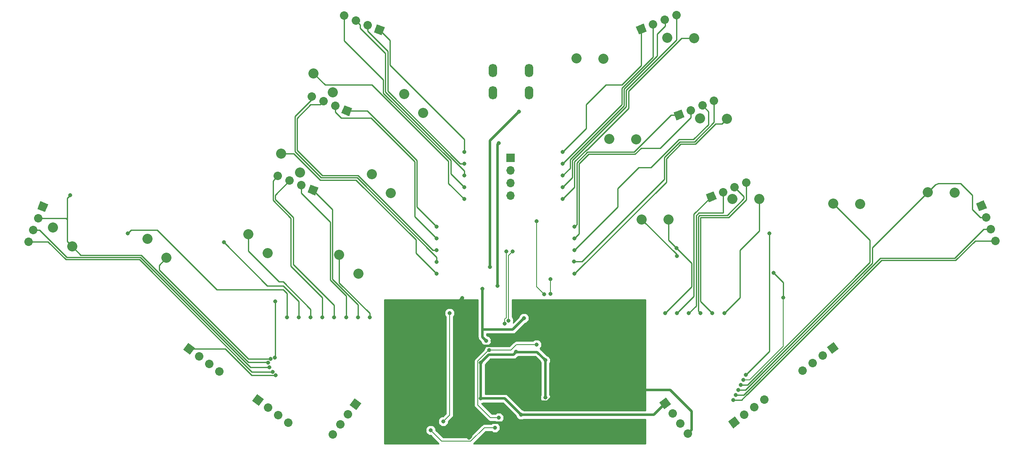
<source format=gbr>
G04 #@! TF.GenerationSoftware,KiCad,Pcbnew,(5.1.4)-1*
G04 #@! TF.CreationDate,2022-12-11T19:40:54-05:00*
G04 #@! TF.ProjectId,ThumbsUp,5468756d-6273-4557-902e-6b696361645f,rev?*
G04 #@! TF.SameCoordinates,Original*
G04 #@! TF.FileFunction,Copper,L1,Top*
G04 #@! TF.FilePolarity,Positive*
%FSLAX46Y46*%
G04 Gerber Fmt 4.6, Leading zero omitted, Abs format (unit mm)*
G04 Created by KiCad (PCBNEW (5.1.4)-1) date 2022-12-11 19:40:54*
%MOMM*%
%LPD*%
G04 APERTURE LIST*
%ADD10O,1.700000X2.700000*%
%ADD11C,1.700000*%
%ADD12C,1.700000*%
%ADD13C,0.100000*%
%ADD14C,2.032000*%
%ADD15R,1.700000X1.700000*%
%ADD16O,1.700000X1.700000*%
%ADD17C,0.800000*%
%ADD18C,0.508000*%
%ADD19C,0.250000*%
%ADD20C,0.200000*%
%ADD21C,0.254000*%
G04 APERTURE END LIST*
D10*
X143050000Y-155000000D03*
X150350000Y-155000000D03*
X150350000Y-159500000D03*
X143050000Y-159500000D03*
D11*
X194165141Y-177645498D03*
D12*
X194165141Y-177645498D02*
X194165141Y-177645498D01*
D11*
X191810094Y-178596999D03*
D12*
X191810094Y-178596999D02*
X191810094Y-178596999D01*
D11*
X189455047Y-179548499D03*
D12*
X189455047Y-179548499D02*
X189455047Y-179548499D01*
D11*
X187100000Y-180500000D03*
D13*
G36*
X188206522Y-180969691D02*
G01*
X186630309Y-181606522D01*
X185993478Y-180030309D01*
X187569691Y-179393478D01*
X188206522Y-180969691D01*
X188206522Y-180969691D01*
G37*
D11*
X241528381Y-182311090D03*
D13*
G36*
X241058690Y-183417612D02*
G01*
X240421859Y-181841399D01*
X241998072Y-181204568D01*
X242634903Y-182780781D01*
X241058690Y-183417612D01*
X241058690Y-183417612D01*
G37*
D11*
X242479882Y-184666137D03*
D12*
X242479882Y-184666137D02*
X242479882Y-184666137D01*
D11*
X243431382Y-187021184D03*
D12*
X243431382Y-187021184D02*
X243431382Y-187021184D01*
D11*
X244382883Y-189376231D03*
D12*
X244382883Y-189376231D02*
X244382883Y-189376231D01*
D11*
X172994345Y-146690649D03*
D13*
G36*
X174100867Y-147160340D02*
G01*
X172524654Y-147797171D01*
X171887823Y-146220958D01*
X173464036Y-145584127D01*
X174100867Y-147160340D01*
X174100867Y-147160340D01*
G37*
D11*
X175349392Y-145739148D03*
D12*
X175349392Y-145739148D02*
X175349392Y-145739148D01*
D11*
X177704439Y-144787648D03*
D12*
X177704439Y-144787648D02*
X177704439Y-144787648D01*
D11*
X180059486Y-143836147D03*
D12*
X180059486Y-143836147D02*
X180059486Y-143836147D01*
D11*
X180600000Y-164000000D03*
D13*
G36*
X181706522Y-164469691D02*
G01*
X180130309Y-165106522D01*
X179493478Y-163530309D01*
X181069691Y-162893478D01*
X181706522Y-164469691D01*
X181706522Y-164469691D01*
G37*
D11*
X182955047Y-163048499D03*
D12*
X182955047Y-163048499D02*
X182955047Y-163048499D01*
D11*
X185310094Y-162096999D03*
D12*
X185310094Y-162096999D02*
X185310094Y-162096999D01*
D11*
X187665141Y-161145498D03*
D12*
X187665141Y-161145498D02*
X187665141Y-161145498D01*
D11*
X182393643Y-228262834D03*
D12*
X182393643Y-228262834D02*
X182393643Y-228262834D01*
D11*
X180865033Y-226234299D03*
D12*
X180865033Y-226234299D02*
X180865033Y-226234299D01*
D11*
X179336423Y-224205765D03*
D12*
X179336423Y-224205765D02*
X179336423Y-224205765D01*
D11*
X177807813Y-222177231D03*
D13*
G36*
X177640516Y-223367614D02*
G01*
X176617430Y-222009934D01*
X177975110Y-220986848D01*
X178998196Y-222344528D01*
X177640516Y-223367614D01*
X177640516Y-223367614D01*
G37*
D14*
X236133916Y-179637189D03*
X230711323Y-179563136D03*
X183659694Y-148529216D03*
X178237101Y-148455163D03*
X190215309Y-164754933D03*
X184792716Y-164680880D03*
X196770924Y-180980651D03*
X191348331Y-180906598D03*
X217107982Y-181931492D03*
X211685389Y-181857439D03*
D11*
X205515141Y-215597906D03*
D12*
X205515141Y-215597906D02*
X205515141Y-215597906D01*
D11*
X207543676Y-214069296D03*
D12*
X207543676Y-214069296D02*
X207543676Y-214069296D01*
D11*
X209572210Y-212540686D03*
D12*
X209572210Y-212540686D02*
X209572210Y-212540686D01*
D11*
X211600744Y-211012076D03*
D13*
G36*
X210410361Y-210844779D02*
G01*
X211768041Y-209821693D01*
X212791127Y-211179373D01*
X211433447Y-212202459D01*
X210410361Y-210844779D01*
X210410361Y-210844779D01*
G37*
D11*
X87992618Y-215751511D03*
D12*
X87992618Y-215751511D02*
X87992618Y-215751511D01*
D11*
X85964083Y-214222901D03*
D12*
X85964083Y-214222901D02*
X85964083Y-214222901D01*
D11*
X83935549Y-212694291D03*
D12*
X83935549Y-212694291D02*
X83935549Y-212694291D01*
D11*
X81907015Y-211165681D03*
D13*
G36*
X82074312Y-212356064D02*
G01*
X80716632Y-211332978D01*
X81739718Y-209975298D01*
X83097398Y-210998384D01*
X82074312Y-212356064D01*
X82074312Y-212356064D01*
G37*
D11*
X52395205Y-182503276D03*
D13*
G36*
X51288683Y-182972967D02*
G01*
X51925514Y-181396754D01*
X53501727Y-182033585D01*
X52864896Y-183609798D01*
X51288683Y-182972967D01*
X51288683Y-182972967D01*
G37*
D11*
X51443704Y-184858323D03*
D12*
X51443704Y-184858323D02*
X51443704Y-184858323D01*
D11*
X50492204Y-187213370D03*
D12*
X50492204Y-187213370D02*
X50492204Y-187213370D01*
D11*
X49540703Y-189568417D03*
D12*
X49540703Y-189568417D02*
X49540703Y-189568417D01*
D11*
X120197799Y-146824591D03*
D13*
G36*
X119728108Y-145718069D02*
G01*
X121304321Y-146354900D01*
X120667490Y-147931113D01*
X119091277Y-147294282D01*
X119728108Y-145718069D01*
X119728108Y-145718069D01*
G37*
D11*
X117842752Y-145873090D03*
D12*
X117842752Y-145873090D02*
X117842752Y-145873090D01*
D11*
X115487705Y-144921590D03*
D12*
X115487705Y-144921590D02*
X115487705Y-144921590D01*
D11*
X113132658Y-143970089D03*
D12*
X113132658Y-143970089D02*
X113132658Y-143970089D01*
D11*
X113658765Y-163138249D03*
D13*
G36*
X113189074Y-162031727D02*
G01*
X114765287Y-162668558D01*
X114128456Y-164244771D01*
X112552243Y-163607940D01*
X113189074Y-162031727D01*
X113189074Y-162031727D01*
G37*
D11*
X111303718Y-162186748D03*
D12*
X111303718Y-162186748D02*
X111303718Y-162186748D01*
D11*
X108948671Y-161235248D03*
D12*
X108948671Y-161235248D02*
X108948671Y-161235248D01*
D11*
X106593624Y-160283747D03*
D12*
X106593624Y-160283747D02*
X106593624Y-160283747D01*
D11*
X99778867Y-176283747D03*
D12*
X99778867Y-176283747D02*
X99778867Y-176283747D01*
D11*
X102133914Y-177235248D03*
D12*
X102133914Y-177235248D02*
X102133914Y-177235248D01*
D11*
X104488961Y-178186748D03*
D12*
X104488961Y-178186748D02*
X104488961Y-178186748D01*
D11*
X106844008Y-179138249D03*
D13*
G36*
X106374317Y-178031727D02*
G01*
X107950530Y-178668558D01*
X107313699Y-180244771D01*
X105737486Y-179607940D01*
X106374317Y-178031727D01*
X106374317Y-178031727D01*
G37*
D14*
X106945799Y-155599240D03*
X110795044Y-159419359D03*
X171938588Y-168903604D03*
X166515995Y-168829551D03*
X54471576Y-186707213D03*
X58320821Y-190527332D03*
X73497510Y-189001516D03*
X77346755Y-192821635D03*
X93834568Y-188050675D03*
X97683813Y-191870794D03*
X178494203Y-185129321D03*
X173071610Y-185055268D03*
X125222520Y-159747910D03*
X129071765Y-163568029D03*
X112111289Y-192199345D03*
X115960534Y-196019464D03*
X118666904Y-175973628D03*
X122516149Y-179793747D03*
X165382973Y-152677886D03*
X159960380Y-152603833D03*
X100390183Y-171824957D03*
X104239428Y-175645076D03*
D11*
X101828320Y-226087050D03*
D12*
X101828320Y-226087050D02*
X101828320Y-226087050D01*
D11*
X99799785Y-224558440D03*
D12*
X99799785Y-224558440D02*
X99799785Y-224558440D01*
D11*
X97771251Y-223029830D03*
D12*
X97771251Y-223029830D02*
X97771251Y-223029830D01*
D11*
X95742717Y-221501220D03*
D13*
G36*
X95910014Y-222691603D02*
G01*
X94552334Y-221668517D01*
X95575420Y-220310837D01*
X96933100Y-221333923D01*
X95910014Y-222691603D01*
X95910014Y-222691603D01*
G37*
D15*
X146658765Y-172638249D03*
D16*
X146658765Y-175178249D03*
X146658765Y-177718249D03*
X146658765Y-180258249D03*
D11*
X191716901Y-226026163D03*
D13*
G36*
X192907284Y-226193460D02*
G01*
X191549604Y-227216546D01*
X190526518Y-225858866D01*
X191884198Y-224835780D01*
X192907284Y-226193460D01*
X192907284Y-226193460D01*
G37*
D11*
X193745435Y-224497553D03*
D12*
X193745435Y-224497553D02*
X193745435Y-224497553D01*
D11*
X195773969Y-222968943D03*
D12*
X195773969Y-222968943D02*
X195773969Y-222968943D01*
D11*
X197802504Y-221440333D03*
D12*
X197802504Y-221440333D02*
X197802504Y-221440333D01*
D11*
X110834284Y-228461436D03*
D12*
X110834284Y-228461436D02*
X110834284Y-228461436D01*
D11*
X112362894Y-226432901D03*
D12*
X112362894Y-226432901D02*
X112362894Y-226432901D01*
D11*
X113891504Y-224404367D03*
D12*
X113891504Y-224404367D02*
X113891504Y-224404367D01*
D11*
X115420114Y-222375833D03*
D13*
G36*
X114229731Y-222543130D02*
G01*
X115252817Y-221185450D01*
X116610497Y-222208536D01*
X115587411Y-223566216D01*
X114229731Y-222543130D01*
X114229731Y-222543130D01*
G37*
D17*
X142494000Y-194622000D03*
X148844000Y-226060000D03*
X148844000Y-226060000D03*
X136906000Y-200914000D03*
X137668000Y-210566000D03*
X149098000Y-207518000D03*
X149098000Y-207518000D03*
X143002000Y-209550000D03*
X143002000Y-209550000D03*
X160528000Y-222885000D03*
X149002895Y-222688945D03*
X155448000Y-213614000D03*
X138303000Y-229108000D03*
X138684000Y-221107004D03*
X157353000Y-220091000D03*
X149098000Y-219964020D03*
X156215910Y-211345040D03*
X148335996Y-163322000D03*
X143980000Y-198450000D03*
X144272000Y-169672000D03*
X137318750Y-178593750D03*
X151892000Y-185420000D03*
X153416000Y-200152000D03*
X137318750Y-176212500D03*
X137318750Y-173831250D03*
X137318750Y-171450000D03*
X131762500Y-193675000D03*
X154656250Y-197074250D03*
X154686000Y-200106010D03*
X131762500Y-191293750D03*
X131762500Y-188912500D03*
X131762500Y-186531250D03*
X108743750Y-204787500D03*
X111125000Y-204787500D03*
X113506250Y-204787500D03*
X115887500Y-204787500D03*
X88900000Y-189706250D03*
X103981250Y-204787500D03*
X69550000Y-187850000D03*
X101600000Y-204787500D03*
X137318750Y-180975000D03*
X131762500Y-196056250D03*
X106362500Y-204787500D03*
X118268750Y-204787500D03*
X180100000Y-190850000D03*
X177800000Y-203993750D03*
X157162500Y-180975000D03*
X159543750Y-196056250D03*
X189706250Y-203993750D03*
X157162500Y-178593750D03*
X157162500Y-176212500D03*
X157162500Y-173831250D03*
X157162500Y-171450000D03*
X159427966Y-193559215D03*
X159543750Y-191293750D03*
X159543750Y-188912500D03*
X159543750Y-186531250D03*
X187283098Y-203951848D03*
X184943750Y-203993750D03*
X182562500Y-203993750D03*
X180181250Y-203993750D03*
X98263033Y-213166187D03*
X57900000Y-180200000D03*
X97825061Y-213983213D03*
X99218750Y-201612500D03*
X99166840Y-212960070D03*
X99331698Y-216472275D03*
X198823946Y-187873946D03*
X194056000Y-216408006D03*
X180150002Y-192450000D03*
X201612500Y-200818750D03*
X199644000Y-195834000D03*
X193541787Y-217433320D03*
X193039996Y-218440000D03*
X192532000Y-219456000D03*
X140658000Y-213926000D03*
X140658000Y-213926000D03*
X148749977Y-224473011D03*
X153670000Y-213487000D03*
X140658000Y-221176000D03*
X153670000Y-220980000D03*
X140990000Y-199076000D03*
X141732000Y-209550000D03*
X141732000Y-209550000D03*
X149352000Y-204978000D03*
X147778672Y-211786672D03*
X144272000Y-225063000D03*
X142367000Y-211420000D03*
X151892000Y-210312000D03*
X145796000Y-191516004D03*
X145484000Y-206110000D03*
X147066008Y-191516000D03*
X146224000Y-205505010D03*
X134366000Y-203962000D03*
X133096000Y-225806000D03*
X143510000Y-227076000D03*
X130556000Y-227584000D03*
X98044000Y-214884000D03*
X98701468Y-215791519D03*
X192033796Y-220465080D03*
X191516000Y-221488000D03*
D18*
X148844000Y-226060000D02*
X141732000Y-226060000D01*
X141732000Y-226060000D02*
X139700000Y-224028000D01*
X139700000Y-224028000D02*
X138938000Y-223266000D01*
X138938000Y-223266000D02*
X138684000Y-223012000D01*
X146050000Y-210566000D02*
X149098000Y-207518000D01*
X143002000Y-210566000D02*
X143002000Y-209550000D01*
X145542000Y-210566000D02*
X146050000Y-210566000D01*
X143002000Y-210566000D02*
X145542000Y-210566000D01*
X151257000Y-207645000D02*
X155448000Y-211836000D01*
X146050000Y-210566000D02*
X148971000Y-207645000D01*
X148971000Y-207645000D02*
X151257000Y-207645000D01*
X155448000Y-218186000D02*
X155448000Y-216662000D01*
X160528000Y-222885000D02*
X160147000Y-222885000D01*
X160147000Y-222885000D02*
X155448000Y-218186000D01*
X155448000Y-213614000D02*
X155448000Y-216662000D01*
X155448000Y-211836000D02*
X155448000Y-213614000D01*
X138684000Y-223012000D02*
X138684000Y-228854000D01*
X138684000Y-228854000D02*
X138430000Y-229108000D01*
X138430000Y-229108000D02*
X138303000Y-229108000D01*
X137668000Y-210566000D02*
X138557000Y-210566000D01*
X138557000Y-210566000D02*
X143002000Y-210566000D01*
X138684000Y-223012000D02*
X138684000Y-221107004D01*
X155448000Y-218186000D02*
X157353000Y-220091000D01*
X135636000Y-210566000D02*
X137668000Y-210566000D01*
X136906000Y-200914000D02*
X135636000Y-202184000D01*
X135636000Y-202184000D02*
X135636000Y-210566000D01*
X138557000Y-210566000D02*
X135636000Y-210566000D01*
X136271004Y-221107004D02*
X138684000Y-221107004D01*
X135636000Y-210566000D02*
X135636000Y-220472000D01*
X135636000Y-220472000D02*
X136271004Y-221107004D01*
X149002895Y-222688945D02*
X149002895Y-220059125D01*
X150967982Y-221834002D02*
X149497999Y-220364019D01*
X149497999Y-220364019D02*
X149098000Y-219964020D01*
X154079922Y-221834002D02*
X150967982Y-221834002D01*
X155448000Y-218186000D02*
X155448000Y-220465924D01*
X149002895Y-220059125D02*
X149098000Y-219964020D01*
X155448000Y-220465924D02*
X154079922Y-221834002D01*
X155724950Y-211836000D02*
X155448000Y-211836000D01*
X156215910Y-211345040D02*
X155724950Y-211836000D01*
X183134000Y-227522477D02*
X182393643Y-228262834D01*
X183134000Y-223774000D02*
X183134000Y-227522477D01*
X178816000Y-219456000D02*
X183134000Y-223774000D01*
X160528000Y-222885000D02*
X163957000Y-219456000D01*
X163957000Y-219456000D02*
X178816000Y-219456000D01*
X142494000Y-194622000D02*
X142494000Y-169163996D01*
X142494000Y-169163996D02*
X147935997Y-163721999D01*
X147935997Y-163721999D02*
X148335996Y-163322000D01*
X143980000Y-198450000D02*
X143980000Y-169964000D01*
X143980000Y-169964000D02*
X144272000Y-169672000D01*
D19*
X134593761Y-175868761D02*
X134593761Y-173172832D01*
X137318750Y-178593750D02*
X134593761Y-175868761D01*
X134593761Y-173172832D02*
X120993737Y-159572809D01*
X113132658Y-149031758D02*
X113132658Y-143970089D01*
X120993737Y-159572809D02*
X120993737Y-156892837D01*
X120993737Y-156892837D02*
X113132658Y-149031758D01*
D20*
X151892000Y-198628000D02*
X153016001Y-199752001D01*
X153016001Y-199752001D02*
X153416000Y-200152000D01*
X151892000Y-185420000D02*
X151892000Y-198628000D01*
D19*
X137318750Y-176212500D02*
X137318750Y-175261411D01*
X116337704Y-145771589D02*
X115487705Y-144921590D01*
X121443748Y-151606248D02*
X116337704Y-146500204D01*
X116337704Y-146500204D02*
X116337704Y-145771589D01*
X137318750Y-175261411D02*
X121443748Y-159386409D01*
X121443748Y-159386409D02*
X121443748Y-151606248D01*
X117842752Y-147075171D02*
X117842752Y-145873090D01*
X121893759Y-151126178D02*
X117842752Y-147075171D01*
X121893759Y-159200009D02*
X121893759Y-151126178D01*
X137318750Y-173831250D02*
X136525000Y-173831250D01*
X136525000Y-173831250D02*
X121893759Y-159200009D01*
X122343770Y-153938979D02*
X122343770Y-148970562D01*
X137318750Y-171450000D02*
X137318750Y-168913959D01*
X137318750Y-168913959D02*
X122343770Y-153938979D01*
X122343770Y-148970562D02*
X120197799Y-146824591D01*
X131762500Y-192723910D02*
X115701099Y-176662509D01*
X131762500Y-193675000D02*
X131762500Y-192723910D01*
X106593624Y-160900126D02*
X106593624Y-160283747D01*
X115701099Y-176662509D02*
X108457186Y-176662509D01*
X108457186Y-176662509D02*
X103187500Y-171392822D01*
X103187500Y-171392822D02*
X103187500Y-164306250D01*
X103187500Y-164306250D02*
X106593624Y-160900126D01*
D20*
X154656250Y-197074250D02*
X154656250Y-200076260D01*
X154656250Y-200076260D02*
X154686000Y-200106010D01*
D19*
X106362500Y-161925000D02*
X108258919Y-161925000D01*
X130968750Y-191293750D02*
X115887498Y-176212498D01*
X108258919Y-161925000D02*
X108948671Y-161235248D01*
X131762500Y-191293750D02*
X130968750Y-191293750D01*
X115887498Y-176212498D02*
X108743748Y-176212498D01*
X108743748Y-176212498D02*
X103637510Y-171106260D01*
X103637510Y-171106260D02*
X103637510Y-164649990D01*
X103637510Y-164649990D02*
X106362500Y-161925000D01*
X118532281Y-164569781D02*
X112484670Y-164569781D01*
X131762500Y-188912500D02*
X127343740Y-184493740D01*
X112484670Y-164569781D02*
X111303718Y-163388829D01*
X127343740Y-184493740D02*
X127343740Y-173381240D01*
X127343740Y-173381240D02*
X118532281Y-164569781D01*
X111303718Y-163388829D02*
X111303718Y-162186748D01*
X117737160Y-163138249D02*
X113658765Y-163138249D01*
X127793751Y-173194840D02*
X117737160Y-163138249D01*
X127793751Y-182562501D02*
X127793751Y-173194840D01*
X131762500Y-186531250D02*
X127793751Y-182562501D01*
X108743750Y-200818750D02*
X108743750Y-204787500D01*
X98768739Y-177293875D02*
X98768739Y-181240070D01*
X99778867Y-176283747D02*
X98768739Y-177293875D01*
X98768739Y-181240070D02*
X102393750Y-184865081D01*
X102393750Y-184865081D02*
X102393750Y-194468750D01*
X102393750Y-194468750D02*
X108743750Y-200818750D01*
X111125000Y-202406250D02*
X111125000Y-204787500D01*
X102133914Y-177235248D02*
X99218750Y-180150412D01*
X102843761Y-184678681D02*
X102843761Y-194125011D01*
X102843761Y-194125011D02*
X111125000Y-202406250D01*
X99218750Y-181053671D02*
X102843761Y-184678681D01*
X99218750Y-180150412D02*
X99218750Y-181053671D01*
X113506250Y-200504071D02*
X113506250Y-204787500D01*
X110320277Y-197318098D02*
X113506250Y-200504071D01*
X110320277Y-185585322D02*
X110320277Y-197318098D01*
X104488961Y-179754006D02*
X110320277Y-185585322D01*
X104488961Y-178186748D02*
X104488961Y-179754006D01*
X110770288Y-183064529D02*
X110770288Y-197131698D01*
X110770288Y-197131698D02*
X115887500Y-202248910D01*
X115887500Y-202248910D02*
X115887500Y-204787500D01*
X106844008Y-179138249D02*
X110770288Y-183064529D01*
X103981250Y-201612500D02*
X103981250Y-204787500D01*
X100806250Y-198437500D02*
X103981250Y-201612500D01*
X97631250Y-198437500D02*
X100806250Y-198437500D01*
X88900000Y-189706250D02*
X97631250Y-198437500D01*
X101600000Y-200025000D02*
X101600000Y-204787500D01*
X70202000Y-187198000D02*
X75438000Y-187198000D01*
X69550000Y-187850000D02*
X70202000Y-187198000D01*
X75438000Y-187198000D02*
X87471250Y-199231250D01*
X87471250Y-199231250D02*
X100806250Y-199231250D01*
X100806250Y-199231250D02*
X101600000Y-200025000D01*
X137318750Y-180975000D02*
X134143750Y-177800000D01*
X134143750Y-177800000D02*
X134143750Y-173359232D01*
X134143750Y-173359232D02*
X118740768Y-157956250D01*
X118740768Y-157956250D02*
X109302809Y-157956250D01*
X109302809Y-157956250D02*
X106945799Y-155599240D01*
X102983224Y-171824957D02*
X100390183Y-171824957D01*
X115514699Y-177112520D02*
X108270787Y-177112520D01*
X127554215Y-189152036D02*
X115514699Y-177112520D01*
X127554215Y-191847965D02*
X127554215Y-189152036D01*
X131762500Y-196056250D02*
X127554215Y-191847965D01*
X108270787Y-177112520D02*
X102983224Y-171824957D01*
X106362500Y-203200000D02*
X106362500Y-204787500D01*
X100806250Y-197643750D02*
X106362500Y-203200000D01*
X100012500Y-197643750D02*
X100806250Y-197643750D01*
X93834568Y-188050675D02*
X93834568Y-191465818D01*
X93834568Y-191465818D02*
X100012500Y-197643750D01*
X118268750Y-203993750D02*
X118268750Y-204787500D01*
X112111289Y-192199345D02*
X112111289Y-197836289D01*
X112111289Y-197836289D02*
X118268750Y-203993750D01*
X178494203Y-189244203D02*
X178494203Y-185129321D01*
X180100000Y-190850000D02*
X178494203Y-189244203D01*
X183134000Y-198659750D02*
X177800000Y-203993750D01*
X183134000Y-193884000D02*
X183134000Y-198659750D01*
X180100000Y-190850000D02*
X183134000Y-193884000D01*
X157162500Y-180975000D02*
X159543750Y-178593750D01*
X159543750Y-173447428D02*
X161991189Y-170999989D01*
X161991189Y-170999989D02*
X162073998Y-170999989D01*
X181064103Y-148529216D02*
X183659694Y-148529216D01*
X162073998Y-170999989D02*
X170418783Y-162655204D01*
X170418783Y-162655204D02*
X170418783Y-159174536D01*
X170418783Y-159174536D02*
X181064103Y-148529216D01*
X159543750Y-178593750D02*
X159543750Y-173447428D01*
X187980384Y-165770932D02*
X189199310Y-165770932D01*
X189199310Y-165770932D02*
X190215309Y-164754933D01*
X180975000Y-169862500D02*
X183888816Y-169862500D01*
X178054000Y-177546000D02*
X178054000Y-172783500D01*
X159543750Y-196056250D02*
X178054000Y-177546000D01*
X178054000Y-172783500D02*
X180975000Y-169862500D01*
X183888816Y-169862500D02*
X187980384Y-165770932D01*
X196770924Y-187404076D02*
X196770924Y-180980651D01*
X192881250Y-191293750D02*
X196770924Y-187404076D01*
X189706250Y-203993750D02*
X192881250Y-200818750D01*
X192881250Y-200818750D02*
X192881250Y-191293750D01*
X180059486Y-148897422D02*
X180059486Y-143836147D01*
X157162500Y-178593750D02*
X159093739Y-176662511D01*
X169968772Y-158988136D02*
X180059486Y-148897422D01*
X169968772Y-162297800D02*
X169968772Y-158988136D01*
X159093739Y-173172833D02*
X169968772Y-162297800D01*
X159093739Y-176662511D02*
X159093739Y-173172833D01*
X177800000Y-144883209D02*
X177704439Y-144787648D01*
X177800000Y-146050000D02*
X177800000Y-144883209D01*
X176212500Y-147637500D02*
X177800000Y-146050000D01*
X158643732Y-174731268D02*
X158643732Y-172986428D01*
X157162500Y-176212500D02*
X158643732Y-174731268D01*
X158643732Y-172986428D02*
X169518761Y-162111400D01*
X169518761Y-162111400D02*
X169518761Y-158801738D01*
X169518761Y-158801738D02*
X176212500Y-152107999D01*
X176212500Y-152107999D02*
X176212500Y-147637500D01*
X175349392Y-152334697D02*
X175349392Y-145739148D01*
X169068750Y-158615339D02*
X175349392Y-152334697D01*
X169068750Y-161925000D02*
X169068750Y-158615339D01*
X157162500Y-173831250D02*
X169068750Y-161925000D01*
X172994345Y-154030655D02*
X172994345Y-146690649D01*
X161925000Y-161925000D02*
X165893750Y-157956250D01*
X165893750Y-157956250D02*
X169068750Y-157956250D01*
X157162500Y-171450000D02*
X161925000Y-166687500D01*
X169068750Y-157956250D02*
X172994345Y-154030655D01*
X161925000Y-166687500D02*
X161925000Y-161925000D01*
X177603989Y-176980011D02*
X161024785Y-193559215D01*
X177603989Y-172597100D02*
X177603989Y-176980011D01*
X161024785Y-193559215D02*
X159427966Y-193559215D01*
X183702416Y-169412489D02*
X180788600Y-169412489D01*
X187665141Y-165449764D02*
X183702416Y-169412489D01*
X187665141Y-161145498D02*
X187665141Y-165449764D01*
X180788600Y-169412489D02*
X177603989Y-172597100D01*
X186531250Y-163318155D02*
X185310094Y-162096999D01*
X186531250Y-165947244D02*
X186531250Y-163318155D01*
X183516016Y-168962478D02*
X186531250Y-165947244D01*
X168275000Y-182562500D02*
X168275000Y-178833285D01*
X159543750Y-191293750D02*
X168275000Y-182562500D01*
X168275000Y-178833285D02*
X172483285Y-174625000D01*
X172483285Y-174625000D02*
X174939678Y-174625000D01*
X174939678Y-174625000D02*
X180602200Y-168962478D01*
X180602200Y-168962478D02*
X183516016Y-168962478D01*
X182955047Y-164550114D02*
X182955047Y-163048499D01*
X176810545Y-170694616D02*
X182955047Y-164550114D01*
X172955300Y-170694616D02*
X176810545Y-170694616D01*
X171749906Y-171900011D02*
X172955300Y-170694616D01*
X162363989Y-171900011D02*
X171749906Y-171900011D01*
X160443772Y-173820228D02*
X162363989Y-171900011D01*
X160443772Y-188012478D02*
X160443772Y-173820228D01*
X159543750Y-188912500D02*
X160443772Y-188012478D01*
X179013505Y-164000000D02*
X171563506Y-171450000D01*
X159993761Y-186081239D02*
X159543750Y-186531250D01*
X159993761Y-173633828D02*
X159993761Y-186081239D01*
X162177589Y-171450000D02*
X159993761Y-173633828D01*
X171563506Y-171450000D02*
X162177589Y-171450000D01*
X180600000Y-164000000D02*
X179013505Y-164000000D01*
X184943750Y-201612500D02*
X187283098Y-203951848D01*
X184943750Y-184658000D02*
X184943750Y-201612500D01*
X190611121Y-184658000D02*
X184943750Y-184658000D01*
X194165141Y-181103980D02*
X190611121Y-184658000D01*
X194165141Y-177645498D02*
X194165141Y-181103980D01*
X184493739Y-203543739D02*
X184943750Y-203993750D01*
X184757350Y-184207989D02*
X184493739Y-184471600D01*
X190311584Y-184207989D02*
X184757350Y-184207989D01*
X193675000Y-180461905D02*
X193675000Y-180844573D01*
X193675000Y-180844573D02*
X190311584Y-184207989D01*
X191810094Y-178596999D02*
X193675000Y-180461905D01*
X184493739Y-184471600D02*
X184493739Y-203543739D01*
X184034022Y-202522228D02*
X182562500Y-203993750D01*
X184034022Y-184294906D02*
X184034022Y-202522228D01*
X184570950Y-183757978D02*
X184034022Y-184294906D01*
X189455047Y-179548499D02*
X189455047Y-183757978D01*
X189455047Y-183757978D02*
X184570950Y-183757978D01*
X187100000Y-180500000D02*
X183584011Y-184015989D01*
X183584011Y-184015989D02*
X183584011Y-200590989D01*
X183584011Y-200590989D02*
X180181250Y-203993750D01*
D21*
X75840239Y-194328151D02*
X77346755Y-192821635D01*
X75840239Y-194828510D02*
X75840239Y-194328151D01*
D19*
X75840239Y-195220239D02*
X75840239Y-194828510D01*
X93645288Y-213025288D02*
X75840239Y-195220239D01*
D21*
X93645288Y-213025288D02*
X93786187Y-213166187D01*
X93786187Y-213166187D02*
X97697348Y-213166187D01*
X97697348Y-213166187D02*
X98263033Y-213166187D01*
D19*
X58320821Y-190527332D02*
X57304822Y-189511333D01*
X57304822Y-180795178D02*
X57900000Y-180200000D01*
X57304822Y-189511333D02*
X57304822Y-184595178D01*
X57304822Y-184595178D02*
X57304822Y-180795178D01*
X72264410Y-192278000D02*
X93854410Y-213868000D01*
X60071489Y-192278000D02*
X72264410Y-192278000D01*
X58320821Y-190527332D02*
X60071489Y-192278000D01*
X57304822Y-185066822D02*
X57304822Y-184595178D01*
X51443704Y-184858323D02*
X57096323Y-184858323D01*
X57096323Y-184858323D02*
X57304822Y-185066822D01*
D21*
X97709848Y-213868000D02*
X97825061Y-213983213D01*
X93917205Y-213868000D02*
X97709848Y-213868000D01*
D19*
X99218750Y-212908160D02*
X99166840Y-212960070D01*
X99218750Y-201612500D02*
X99218750Y-212908160D01*
X104239428Y-175645076D02*
X103550000Y-174955648D01*
X81907015Y-211165681D02*
X89150431Y-211165681D01*
X89150431Y-211165681D02*
X94457025Y-216472275D01*
X94457025Y-216472275D02*
X98766013Y-216472275D01*
X98766013Y-216472275D02*
X99331698Y-216472275D01*
X191856598Y-180906598D02*
X191348331Y-180906598D01*
X198823946Y-211640060D02*
X194455999Y-216008007D01*
X194455999Y-216008007D02*
X194056000Y-216408006D01*
X198823946Y-187873946D02*
X198823946Y-211640060D01*
X173071610Y-185055268D02*
X180150002Y-192133660D01*
X180150002Y-192133660D02*
X180150002Y-192450000D01*
X201612500Y-197802500D02*
X200043999Y-196233999D01*
X200043999Y-196233999D02*
X199644000Y-195834000D01*
X201612500Y-200818750D02*
X201612500Y-197802500D01*
D20*
X194808680Y-217433320D02*
X194107472Y-217433320D01*
X201612500Y-210629500D02*
X194808680Y-217433320D01*
X201612500Y-200818750D02*
X201612500Y-210629500D01*
X194107472Y-217433320D02*
X193541787Y-217433320D01*
D19*
X211757439Y-181857439D02*
X211685389Y-181857439D01*
X211685389Y-181857439D02*
X219075000Y-189247050D01*
X219075000Y-189247050D02*
X219075000Y-193732677D01*
X193605681Y-218440000D02*
X193039996Y-218440000D01*
X194367677Y-218440000D02*
X193605681Y-218440000D01*
X219075000Y-193732677D02*
X194367677Y-218440000D01*
X232249551Y-178024908D02*
X230711323Y-179563136D01*
X241277801Y-184666137D02*
X239712500Y-183100836D01*
X242479882Y-184666137D02*
X241277801Y-184666137D01*
X239712500Y-183100836D02*
X239712500Y-180181250D01*
X239712500Y-180181250D02*
X237331250Y-177800000D01*
X237331250Y-177800000D02*
X232806219Y-177800000D01*
X232806219Y-177800000D02*
X232249551Y-178024908D01*
X193097685Y-219456000D02*
X192532000Y-219456000D01*
X219525011Y-190749448D02*
X219525011Y-193904667D01*
X230711323Y-179563136D02*
X219525011Y-190749448D01*
X219525011Y-193904667D02*
X193973678Y-219456000D01*
X193973678Y-219456000D02*
X193097685Y-219456000D01*
X180865033Y-226234299D02*
X180849484Y-226218750D01*
D18*
X175512033Y-224473011D02*
X177807813Y-222177231D01*
X148749977Y-224473011D02*
X175512033Y-224473011D01*
X140658000Y-213926000D02*
X140658000Y-221176000D01*
X148749977Y-224473011D02*
X145452966Y-221176000D01*
X145452966Y-221176000D02*
X141223685Y-221176000D01*
X141223685Y-221176000D02*
X140658000Y-221176000D01*
X153670000Y-213487000D02*
X153670000Y-220980000D01*
X140970000Y-208788000D02*
X141732000Y-209550000D01*
X140990000Y-199076000D02*
X140970000Y-199096000D01*
X140970000Y-207264000D02*
X147066000Y-207264000D01*
X140970000Y-207264000D02*
X140970000Y-208788000D01*
X140970000Y-199096000D02*
X140970000Y-207264000D01*
X147066000Y-207264000D02*
X149352000Y-204978000D01*
X147828000Y-211836000D02*
X147778672Y-211786672D01*
X153670000Y-213487000D02*
X152019000Y-211836000D01*
X152019000Y-211836000D02*
X147828000Y-211836000D01*
X147378673Y-212186671D02*
X147778672Y-211786672D01*
X147221344Y-212344000D02*
X147378673Y-212186671D01*
X140658000Y-213926000D02*
X142240000Y-212344000D01*
X142240000Y-212344000D02*
X147221344Y-212344000D01*
D20*
X140030999Y-222499249D02*
X140030999Y-213664001D01*
X144272000Y-225063000D02*
X142594750Y-225063000D01*
X142594750Y-225063000D02*
X140030999Y-222499249D01*
X140030999Y-213664001D02*
X142367000Y-211328000D01*
X142367000Y-211328000D02*
X142367000Y-211420000D01*
X151326315Y-210312000D02*
X151892000Y-210312000D01*
X147828000Y-210312000D02*
X151326315Y-210312000D01*
X142367000Y-211420000D02*
X146720000Y-211420000D01*
X146720000Y-211420000D02*
X147828000Y-210312000D01*
D21*
X145795998Y-191516006D02*
X145796000Y-191516004D01*
D20*
X145484000Y-205544315D02*
X145484000Y-206110000D01*
X145484000Y-205182038D02*
X145484000Y-205544315D01*
X145796000Y-204870038D02*
X145484000Y-205182038D01*
X145796000Y-191516004D02*
X145796000Y-204870038D01*
X146224000Y-192358008D02*
X146224000Y-204939325D01*
X147066008Y-191516000D02*
X146224000Y-192358008D01*
X146224000Y-204939325D02*
X146224000Y-205505010D01*
X134366000Y-203962000D02*
X134366000Y-224536000D01*
X134366000Y-224536000D02*
X133096000Y-225806000D01*
X138639001Y-229808001D02*
X132780001Y-229808001D01*
X143510000Y-227076000D02*
X141371002Y-227076000D01*
X141371002Y-227076000D02*
X138639001Y-229808001D01*
X132780001Y-229808001D02*
X130556000Y-227584000D01*
D19*
X51705780Y-187213370D02*
X57220421Y-192728011D01*
X57220421Y-192728011D02*
X72078011Y-192728011D01*
X50492204Y-187213370D02*
X51705780Y-187213370D01*
X72078011Y-192728011D02*
X94234000Y-214884000D01*
X94234000Y-214884000D02*
X94304524Y-214884000D01*
D21*
X94304524Y-214884000D02*
X98044000Y-214884000D01*
D19*
X94474416Y-215791519D02*
X98701468Y-215791519D01*
X71860919Y-193178022D02*
X94474416Y-215791519D01*
X57034022Y-193178022D02*
X71860919Y-193178022D01*
X49540703Y-189568417D02*
X53424417Y-189568417D01*
X53424417Y-189568417D02*
X57034022Y-193178022D01*
X193601009Y-220465080D02*
X192033796Y-220465080D01*
X221184839Y-192881250D02*
X193601009Y-220465080D01*
X236108464Y-192881250D02*
X221184839Y-192881250D01*
X243431382Y-187021184D02*
X241968530Y-187021184D01*
X241968530Y-187021184D02*
X236108464Y-192881250D01*
X240249893Y-189376231D02*
X236294864Y-193331261D01*
X221371239Y-193331261D02*
X194277467Y-220425033D01*
X244382883Y-189376231D02*
X240249893Y-189376231D01*
X236294864Y-193331261D02*
X221371239Y-193331261D01*
D21*
X193214500Y-221488000D02*
X194271470Y-220431030D01*
X191516000Y-221488000D02*
X193214500Y-221488000D01*
G36*
X140081001Y-207220322D02*
G01*
X140076699Y-207264000D01*
X140081000Y-207307667D01*
X140081001Y-208744331D01*
X140076700Y-208788000D01*
X140093864Y-208962274D01*
X140144698Y-209129852D01*
X140223351Y-209277000D01*
X140227248Y-209284291D01*
X140338342Y-209419659D01*
X140372259Y-209447494D01*
X140726870Y-209802105D01*
X140736774Y-209851898D01*
X140814795Y-210040256D01*
X140928063Y-210209774D01*
X141072226Y-210353937D01*
X141241744Y-210467205D01*
X141430102Y-210545226D01*
X141630061Y-210585000D01*
X141753715Y-210585000D01*
X141707226Y-210616063D01*
X141563063Y-210760226D01*
X141449795Y-210929744D01*
X141371774Y-211118102D01*
X141332000Y-211318061D01*
X141332000Y-211323553D01*
X139536807Y-213118747D01*
X139508762Y-213141763D01*
X139416913Y-213253681D01*
X139377050Y-213328260D01*
X139348663Y-213381368D01*
X139306634Y-213519916D01*
X139292443Y-213664001D01*
X139296000Y-213700116D01*
X139295999Y-222463144D01*
X139292443Y-222499249D01*
X139295999Y-222535353D01*
X139306634Y-222643333D01*
X139348662Y-222781881D01*
X139416912Y-222909568D01*
X139508761Y-223021486D01*
X139536807Y-223044503D01*
X142049496Y-225557193D01*
X142072512Y-225585238D01*
X142184430Y-225677087D01*
X142312117Y-225745337D01*
X142450665Y-225787365D01*
X142558645Y-225798000D01*
X142558654Y-225798000D01*
X142594749Y-225801555D01*
X142630844Y-225798000D01*
X143543289Y-225798000D01*
X143612226Y-225866937D01*
X143781744Y-225980205D01*
X143970102Y-226058226D01*
X144170061Y-226098000D01*
X144373939Y-226098000D01*
X144573898Y-226058226D01*
X144762256Y-225980205D01*
X144931774Y-225866937D01*
X145075937Y-225722774D01*
X145189205Y-225553256D01*
X145267226Y-225364898D01*
X145307000Y-225164939D01*
X145307000Y-224961061D01*
X145267226Y-224761102D01*
X145189205Y-224572744D01*
X145075937Y-224403226D01*
X144931774Y-224259063D01*
X144762256Y-224145795D01*
X144573898Y-224067774D01*
X144373939Y-224028000D01*
X144170061Y-224028000D01*
X143970102Y-224067774D01*
X143781744Y-224145795D01*
X143612226Y-224259063D01*
X143543289Y-224328000D01*
X142899197Y-224328000D01*
X140778503Y-222207307D01*
X140959898Y-222171226D01*
X141148256Y-222093205D01*
X141190468Y-222065000D01*
X145084731Y-222065000D01*
X147744847Y-224725117D01*
X147754751Y-224774909D01*
X147832772Y-224963267D01*
X147946040Y-225132785D01*
X148090203Y-225276948D01*
X148259721Y-225390216D01*
X148448079Y-225468237D01*
X148648038Y-225508011D01*
X148851916Y-225508011D01*
X149051875Y-225468237D01*
X149240233Y-225390216D01*
X149282445Y-225362011D01*
X173863000Y-225362011D01*
X173863000Y-230278249D01*
X139208199Y-230278249D01*
X141675449Y-227811000D01*
X142781289Y-227811000D01*
X142850226Y-227879937D01*
X143019744Y-227993205D01*
X143208102Y-228071226D01*
X143408061Y-228111000D01*
X143611939Y-228111000D01*
X143811898Y-228071226D01*
X144000256Y-227993205D01*
X144169774Y-227879937D01*
X144313937Y-227735774D01*
X144427205Y-227566256D01*
X144505226Y-227377898D01*
X144545000Y-227177939D01*
X144545000Y-226974061D01*
X144505226Y-226774102D01*
X144427205Y-226585744D01*
X144313937Y-226416226D01*
X144169774Y-226272063D01*
X144000256Y-226158795D01*
X143811898Y-226080774D01*
X143611939Y-226041000D01*
X143408061Y-226041000D01*
X143208102Y-226080774D01*
X143019744Y-226158795D01*
X142850226Y-226272063D01*
X142781289Y-226341000D01*
X141407107Y-226341000D01*
X141371002Y-226337444D01*
X141334897Y-226341000D01*
X141226917Y-226351635D01*
X141088369Y-226393663D01*
X140960682Y-226461913D01*
X140848764Y-226553762D01*
X140825748Y-226581807D01*
X138334555Y-229073001D01*
X133084448Y-229073001D01*
X131591000Y-227579554D01*
X131591000Y-227482061D01*
X131551226Y-227282102D01*
X131473205Y-227093744D01*
X131359937Y-226924226D01*
X131215774Y-226780063D01*
X131046256Y-226666795D01*
X130857898Y-226588774D01*
X130657939Y-226549000D01*
X130454061Y-226549000D01*
X130254102Y-226588774D01*
X130065744Y-226666795D01*
X129896226Y-226780063D01*
X129752063Y-226924226D01*
X129638795Y-227093744D01*
X129560774Y-227282102D01*
X129521000Y-227482061D01*
X129521000Y-227685939D01*
X129560774Y-227885898D01*
X129638795Y-228074256D01*
X129752063Y-228243774D01*
X129896226Y-228387937D01*
X130065744Y-228501205D01*
X130254102Y-228579226D01*
X130454061Y-228619000D01*
X130551554Y-228619000D01*
X132210802Y-230278249D01*
X121285000Y-230278249D01*
X121285000Y-225704061D01*
X132061000Y-225704061D01*
X132061000Y-225907939D01*
X132100774Y-226107898D01*
X132178795Y-226296256D01*
X132292063Y-226465774D01*
X132436226Y-226609937D01*
X132605744Y-226723205D01*
X132794102Y-226801226D01*
X132994061Y-226841000D01*
X133197939Y-226841000D01*
X133397898Y-226801226D01*
X133586256Y-226723205D01*
X133755774Y-226609937D01*
X133899937Y-226465774D01*
X134013205Y-226296256D01*
X134091226Y-226107898D01*
X134131000Y-225907939D01*
X134131000Y-225810446D01*
X134860193Y-225081254D01*
X134888238Y-225058238D01*
X134980087Y-224946320D01*
X135048337Y-224818633D01*
X135090365Y-224680085D01*
X135101000Y-224572105D01*
X135101000Y-224572096D01*
X135104555Y-224536001D01*
X135101000Y-224499906D01*
X135101000Y-204690711D01*
X135169937Y-204621774D01*
X135283205Y-204452256D01*
X135361226Y-204263898D01*
X135401000Y-204063939D01*
X135401000Y-203860061D01*
X135361226Y-203660102D01*
X135283205Y-203471744D01*
X135169937Y-203302226D01*
X135025774Y-203158063D01*
X134856256Y-203044795D01*
X134667898Y-202966774D01*
X134467939Y-202927000D01*
X134264061Y-202927000D01*
X134064102Y-202966774D01*
X133875744Y-203044795D01*
X133706226Y-203158063D01*
X133562063Y-203302226D01*
X133448795Y-203471744D01*
X133370774Y-203660102D01*
X133331000Y-203860061D01*
X133331000Y-204063939D01*
X133370774Y-204263898D01*
X133448795Y-204452256D01*
X133562063Y-204621774D01*
X133631000Y-204690711D01*
X133631001Y-224231552D01*
X133091554Y-224771000D01*
X132994061Y-224771000D01*
X132794102Y-224810774D01*
X132605744Y-224888795D01*
X132436226Y-225002063D01*
X132292063Y-225146226D01*
X132178795Y-225315744D01*
X132100774Y-225504102D01*
X132061000Y-225704061D01*
X121285000Y-225704061D01*
X121285000Y-201295000D01*
X140081000Y-201295000D01*
X140081001Y-207220322D01*
X140081001Y-207220322D01*
G37*
X140081001Y-207220322D02*
X140076699Y-207264000D01*
X140081000Y-207307667D01*
X140081001Y-208744331D01*
X140076700Y-208788000D01*
X140093864Y-208962274D01*
X140144698Y-209129852D01*
X140223351Y-209277000D01*
X140227248Y-209284291D01*
X140338342Y-209419659D01*
X140372259Y-209447494D01*
X140726870Y-209802105D01*
X140736774Y-209851898D01*
X140814795Y-210040256D01*
X140928063Y-210209774D01*
X141072226Y-210353937D01*
X141241744Y-210467205D01*
X141430102Y-210545226D01*
X141630061Y-210585000D01*
X141753715Y-210585000D01*
X141707226Y-210616063D01*
X141563063Y-210760226D01*
X141449795Y-210929744D01*
X141371774Y-211118102D01*
X141332000Y-211318061D01*
X141332000Y-211323553D01*
X139536807Y-213118747D01*
X139508762Y-213141763D01*
X139416913Y-213253681D01*
X139377050Y-213328260D01*
X139348663Y-213381368D01*
X139306634Y-213519916D01*
X139292443Y-213664001D01*
X139296000Y-213700116D01*
X139295999Y-222463144D01*
X139292443Y-222499249D01*
X139295999Y-222535353D01*
X139306634Y-222643333D01*
X139348662Y-222781881D01*
X139416912Y-222909568D01*
X139508761Y-223021486D01*
X139536807Y-223044503D01*
X142049496Y-225557193D01*
X142072512Y-225585238D01*
X142184430Y-225677087D01*
X142312117Y-225745337D01*
X142450665Y-225787365D01*
X142558645Y-225798000D01*
X142558654Y-225798000D01*
X142594749Y-225801555D01*
X142630844Y-225798000D01*
X143543289Y-225798000D01*
X143612226Y-225866937D01*
X143781744Y-225980205D01*
X143970102Y-226058226D01*
X144170061Y-226098000D01*
X144373939Y-226098000D01*
X144573898Y-226058226D01*
X144762256Y-225980205D01*
X144931774Y-225866937D01*
X145075937Y-225722774D01*
X145189205Y-225553256D01*
X145267226Y-225364898D01*
X145307000Y-225164939D01*
X145307000Y-224961061D01*
X145267226Y-224761102D01*
X145189205Y-224572744D01*
X145075937Y-224403226D01*
X144931774Y-224259063D01*
X144762256Y-224145795D01*
X144573898Y-224067774D01*
X144373939Y-224028000D01*
X144170061Y-224028000D01*
X143970102Y-224067774D01*
X143781744Y-224145795D01*
X143612226Y-224259063D01*
X143543289Y-224328000D01*
X142899197Y-224328000D01*
X140778503Y-222207307D01*
X140959898Y-222171226D01*
X141148256Y-222093205D01*
X141190468Y-222065000D01*
X145084731Y-222065000D01*
X147744847Y-224725117D01*
X147754751Y-224774909D01*
X147832772Y-224963267D01*
X147946040Y-225132785D01*
X148090203Y-225276948D01*
X148259721Y-225390216D01*
X148448079Y-225468237D01*
X148648038Y-225508011D01*
X148851916Y-225508011D01*
X149051875Y-225468237D01*
X149240233Y-225390216D01*
X149282445Y-225362011D01*
X173863000Y-225362011D01*
X173863000Y-230278249D01*
X139208199Y-230278249D01*
X141675449Y-227811000D01*
X142781289Y-227811000D01*
X142850226Y-227879937D01*
X143019744Y-227993205D01*
X143208102Y-228071226D01*
X143408061Y-228111000D01*
X143611939Y-228111000D01*
X143811898Y-228071226D01*
X144000256Y-227993205D01*
X144169774Y-227879937D01*
X144313937Y-227735774D01*
X144427205Y-227566256D01*
X144505226Y-227377898D01*
X144545000Y-227177939D01*
X144545000Y-226974061D01*
X144505226Y-226774102D01*
X144427205Y-226585744D01*
X144313937Y-226416226D01*
X144169774Y-226272063D01*
X144000256Y-226158795D01*
X143811898Y-226080774D01*
X143611939Y-226041000D01*
X143408061Y-226041000D01*
X143208102Y-226080774D01*
X143019744Y-226158795D01*
X142850226Y-226272063D01*
X142781289Y-226341000D01*
X141407107Y-226341000D01*
X141371002Y-226337444D01*
X141334897Y-226341000D01*
X141226917Y-226351635D01*
X141088369Y-226393663D01*
X140960682Y-226461913D01*
X140848764Y-226553762D01*
X140825748Y-226581807D01*
X138334555Y-229073001D01*
X133084448Y-229073001D01*
X131591000Y-227579554D01*
X131591000Y-227482061D01*
X131551226Y-227282102D01*
X131473205Y-227093744D01*
X131359937Y-226924226D01*
X131215774Y-226780063D01*
X131046256Y-226666795D01*
X130857898Y-226588774D01*
X130657939Y-226549000D01*
X130454061Y-226549000D01*
X130254102Y-226588774D01*
X130065744Y-226666795D01*
X129896226Y-226780063D01*
X129752063Y-226924226D01*
X129638795Y-227093744D01*
X129560774Y-227282102D01*
X129521000Y-227482061D01*
X129521000Y-227685939D01*
X129560774Y-227885898D01*
X129638795Y-228074256D01*
X129752063Y-228243774D01*
X129896226Y-228387937D01*
X130065744Y-228501205D01*
X130254102Y-228579226D01*
X130454061Y-228619000D01*
X130551554Y-228619000D01*
X132210802Y-230278249D01*
X121285000Y-230278249D01*
X121285000Y-225704061D01*
X132061000Y-225704061D01*
X132061000Y-225907939D01*
X132100774Y-226107898D01*
X132178795Y-226296256D01*
X132292063Y-226465774D01*
X132436226Y-226609937D01*
X132605744Y-226723205D01*
X132794102Y-226801226D01*
X132994061Y-226841000D01*
X133197939Y-226841000D01*
X133397898Y-226801226D01*
X133586256Y-226723205D01*
X133755774Y-226609937D01*
X133899937Y-226465774D01*
X134013205Y-226296256D01*
X134091226Y-226107898D01*
X134131000Y-225907939D01*
X134131000Y-225810446D01*
X134860193Y-225081254D01*
X134888238Y-225058238D01*
X134980087Y-224946320D01*
X135048337Y-224818633D01*
X135090365Y-224680085D01*
X135101000Y-224572105D01*
X135101000Y-224572096D01*
X135104555Y-224536001D01*
X135101000Y-224499906D01*
X135101000Y-204690711D01*
X135169937Y-204621774D01*
X135283205Y-204452256D01*
X135361226Y-204263898D01*
X135401000Y-204063939D01*
X135401000Y-203860061D01*
X135361226Y-203660102D01*
X135283205Y-203471744D01*
X135169937Y-203302226D01*
X135025774Y-203158063D01*
X134856256Y-203044795D01*
X134667898Y-202966774D01*
X134467939Y-202927000D01*
X134264061Y-202927000D01*
X134064102Y-202966774D01*
X133875744Y-203044795D01*
X133706226Y-203158063D01*
X133562063Y-203302226D01*
X133448795Y-203471744D01*
X133370774Y-203660102D01*
X133331000Y-203860061D01*
X133331000Y-204063939D01*
X133370774Y-204263898D01*
X133448795Y-204452256D01*
X133562063Y-204621774D01*
X133631000Y-204690711D01*
X133631001Y-224231552D01*
X133091554Y-224771000D01*
X132994061Y-224771000D01*
X132794102Y-224810774D01*
X132605744Y-224888795D01*
X132436226Y-225002063D01*
X132292063Y-225146226D01*
X132178795Y-225315744D01*
X132100774Y-225504102D01*
X132061000Y-225704061D01*
X121285000Y-225704061D01*
X121285000Y-201295000D01*
X140081000Y-201295000D01*
X140081001Y-207220322D01*
G36*
X173863000Y-223584011D02*
G01*
X149282445Y-223584011D01*
X149240233Y-223555806D01*
X149051875Y-223477785D01*
X149002083Y-223467881D01*
X146112465Y-220578264D01*
X146084625Y-220544341D01*
X145949257Y-220433247D01*
X145794817Y-220350697D01*
X145627240Y-220299864D01*
X145496633Y-220287000D01*
X145496626Y-220287000D01*
X145452966Y-220282700D01*
X145409306Y-220287000D01*
X141547000Y-220287000D01*
X141547000Y-214458468D01*
X141575205Y-214416256D01*
X141653226Y-214227898D01*
X141663130Y-214178105D01*
X142608236Y-213233000D01*
X147177684Y-213233000D01*
X147221344Y-213237300D01*
X147265004Y-213233000D01*
X147265011Y-213233000D01*
X147395618Y-213220136D01*
X147563195Y-213169303D01*
X147717635Y-213086753D01*
X147853003Y-212975659D01*
X147880843Y-212941736D01*
X148030777Y-212791802D01*
X148080570Y-212781898D01*
X148217933Y-212725000D01*
X151650765Y-212725000D01*
X152664870Y-213739105D01*
X152674774Y-213788898D01*
X152752795Y-213977256D01*
X152781000Y-214019468D01*
X152781001Y-220447531D01*
X152752795Y-220489744D01*
X152674774Y-220678102D01*
X152635000Y-220878061D01*
X152635000Y-221081939D01*
X152674774Y-221281898D01*
X152752795Y-221470256D01*
X152866063Y-221639774D01*
X153010226Y-221783937D01*
X153179744Y-221897205D01*
X153368102Y-221975226D01*
X153568061Y-222015000D01*
X153771939Y-222015000D01*
X153971898Y-221975226D01*
X154160256Y-221897205D01*
X154329774Y-221783937D01*
X154473937Y-221639774D01*
X154587205Y-221470256D01*
X154665226Y-221281898D01*
X154705000Y-221081939D01*
X154705000Y-220878061D01*
X154665226Y-220678102D01*
X154587205Y-220489744D01*
X154559000Y-220447532D01*
X154559000Y-214019468D01*
X154587205Y-213977256D01*
X154665226Y-213788898D01*
X154705000Y-213588939D01*
X154705000Y-213385061D01*
X154665226Y-213185102D01*
X154587205Y-212996744D01*
X154473937Y-212827226D01*
X154329774Y-212683063D01*
X154160256Y-212569795D01*
X153971898Y-212491774D01*
X153922105Y-212481870D01*
X152678499Y-211238264D01*
X152650659Y-211204341D01*
X152546904Y-211119191D01*
X152551774Y-211115937D01*
X152695937Y-210971774D01*
X152809205Y-210802256D01*
X152887226Y-210613898D01*
X152927000Y-210413939D01*
X152927000Y-210210061D01*
X152887226Y-210010102D01*
X152809205Y-209821744D01*
X152695937Y-209652226D01*
X152551774Y-209508063D01*
X152382256Y-209394795D01*
X152193898Y-209316774D01*
X151993939Y-209277000D01*
X151790061Y-209277000D01*
X151590102Y-209316774D01*
X151401744Y-209394795D01*
X151232226Y-209508063D01*
X151163289Y-209577000D01*
X147864105Y-209577000D01*
X147828000Y-209573444D01*
X147683915Y-209587635D01*
X147545366Y-209629663D01*
X147480872Y-209664136D01*
X147417680Y-209697913D01*
X147305762Y-209789762D01*
X147282746Y-209817807D01*
X146415554Y-210685000D01*
X143095711Y-210685000D01*
X143026774Y-210616063D01*
X142857256Y-210502795D01*
X142668898Y-210424774D01*
X142468939Y-210385000D01*
X142345285Y-210385000D01*
X142391774Y-210353937D01*
X142535937Y-210209774D01*
X142649205Y-210040256D01*
X142727226Y-209851898D01*
X142767000Y-209651939D01*
X142767000Y-209448061D01*
X142727226Y-209248102D01*
X142649205Y-209059744D01*
X142535937Y-208890226D01*
X142391774Y-208746063D01*
X142222256Y-208632795D01*
X142033898Y-208554774D01*
X141984105Y-208544870D01*
X141859000Y-208419765D01*
X141859000Y-208153000D01*
X147022340Y-208153000D01*
X147066000Y-208157300D01*
X147109660Y-208153000D01*
X147109667Y-208153000D01*
X147240274Y-208140136D01*
X147407851Y-208089303D01*
X147562291Y-208006753D01*
X147697659Y-207895659D01*
X147725499Y-207861736D01*
X149604106Y-205983130D01*
X149653898Y-205973226D01*
X149842256Y-205895205D01*
X150011774Y-205781937D01*
X150155937Y-205637774D01*
X150269205Y-205468256D01*
X150347226Y-205279898D01*
X150387000Y-205079939D01*
X150387000Y-204876061D01*
X150347226Y-204676102D01*
X150269205Y-204487744D01*
X150155937Y-204318226D01*
X150011774Y-204174063D01*
X149842256Y-204060795D01*
X149653898Y-203982774D01*
X149453939Y-203943000D01*
X149250061Y-203943000D01*
X149050102Y-203982774D01*
X148861744Y-204060795D01*
X148692226Y-204174063D01*
X148548063Y-204318226D01*
X148434795Y-204487744D01*
X148356774Y-204676102D01*
X148346870Y-204725894D01*
X147186253Y-205886512D01*
X147219226Y-205806908D01*
X147259000Y-205606949D01*
X147259000Y-205403071D01*
X147219226Y-205203112D01*
X147141205Y-205014754D01*
X147027937Y-204845236D01*
X146959000Y-204776299D01*
X146959000Y-201295000D01*
X173863000Y-201295000D01*
X173863000Y-223584011D01*
X173863000Y-223584011D01*
G37*
X173863000Y-223584011D02*
X149282445Y-223584011D01*
X149240233Y-223555806D01*
X149051875Y-223477785D01*
X149002083Y-223467881D01*
X146112465Y-220578264D01*
X146084625Y-220544341D01*
X145949257Y-220433247D01*
X145794817Y-220350697D01*
X145627240Y-220299864D01*
X145496633Y-220287000D01*
X145496626Y-220287000D01*
X145452966Y-220282700D01*
X145409306Y-220287000D01*
X141547000Y-220287000D01*
X141547000Y-214458468D01*
X141575205Y-214416256D01*
X141653226Y-214227898D01*
X141663130Y-214178105D01*
X142608236Y-213233000D01*
X147177684Y-213233000D01*
X147221344Y-213237300D01*
X147265004Y-213233000D01*
X147265011Y-213233000D01*
X147395618Y-213220136D01*
X147563195Y-213169303D01*
X147717635Y-213086753D01*
X147853003Y-212975659D01*
X147880843Y-212941736D01*
X148030777Y-212791802D01*
X148080570Y-212781898D01*
X148217933Y-212725000D01*
X151650765Y-212725000D01*
X152664870Y-213739105D01*
X152674774Y-213788898D01*
X152752795Y-213977256D01*
X152781000Y-214019468D01*
X152781001Y-220447531D01*
X152752795Y-220489744D01*
X152674774Y-220678102D01*
X152635000Y-220878061D01*
X152635000Y-221081939D01*
X152674774Y-221281898D01*
X152752795Y-221470256D01*
X152866063Y-221639774D01*
X153010226Y-221783937D01*
X153179744Y-221897205D01*
X153368102Y-221975226D01*
X153568061Y-222015000D01*
X153771939Y-222015000D01*
X153971898Y-221975226D01*
X154160256Y-221897205D01*
X154329774Y-221783937D01*
X154473937Y-221639774D01*
X154587205Y-221470256D01*
X154665226Y-221281898D01*
X154705000Y-221081939D01*
X154705000Y-220878061D01*
X154665226Y-220678102D01*
X154587205Y-220489744D01*
X154559000Y-220447532D01*
X154559000Y-214019468D01*
X154587205Y-213977256D01*
X154665226Y-213788898D01*
X154705000Y-213588939D01*
X154705000Y-213385061D01*
X154665226Y-213185102D01*
X154587205Y-212996744D01*
X154473937Y-212827226D01*
X154329774Y-212683063D01*
X154160256Y-212569795D01*
X153971898Y-212491774D01*
X153922105Y-212481870D01*
X152678499Y-211238264D01*
X152650659Y-211204341D01*
X152546904Y-211119191D01*
X152551774Y-211115937D01*
X152695937Y-210971774D01*
X152809205Y-210802256D01*
X152887226Y-210613898D01*
X152927000Y-210413939D01*
X152927000Y-210210061D01*
X152887226Y-210010102D01*
X152809205Y-209821744D01*
X152695937Y-209652226D01*
X152551774Y-209508063D01*
X152382256Y-209394795D01*
X152193898Y-209316774D01*
X151993939Y-209277000D01*
X151790061Y-209277000D01*
X151590102Y-209316774D01*
X151401744Y-209394795D01*
X151232226Y-209508063D01*
X151163289Y-209577000D01*
X147864105Y-209577000D01*
X147828000Y-209573444D01*
X147683915Y-209587635D01*
X147545366Y-209629663D01*
X147480872Y-209664136D01*
X147417680Y-209697913D01*
X147305762Y-209789762D01*
X147282746Y-209817807D01*
X146415554Y-210685000D01*
X143095711Y-210685000D01*
X143026774Y-210616063D01*
X142857256Y-210502795D01*
X142668898Y-210424774D01*
X142468939Y-210385000D01*
X142345285Y-210385000D01*
X142391774Y-210353937D01*
X142535937Y-210209774D01*
X142649205Y-210040256D01*
X142727226Y-209851898D01*
X142767000Y-209651939D01*
X142767000Y-209448061D01*
X142727226Y-209248102D01*
X142649205Y-209059744D01*
X142535937Y-208890226D01*
X142391774Y-208746063D01*
X142222256Y-208632795D01*
X142033898Y-208554774D01*
X141984105Y-208544870D01*
X141859000Y-208419765D01*
X141859000Y-208153000D01*
X147022340Y-208153000D01*
X147066000Y-208157300D01*
X147109660Y-208153000D01*
X147109667Y-208153000D01*
X147240274Y-208140136D01*
X147407851Y-208089303D01*
X147562291Y-208006753D01*
X147697659Y-207895659D01*
X147725499Y-207861736D01*
X149604106Y-205983130D01*
X149653898Y-205973226D01*
X149842256Y-205895205D01*
X150011774Y-205781937D01*
X150155937Y-205637774D01*
X150269205Y-205468256D01*
X150347226Y-205279898D01*
X150387000Y-205079939D01*
X150387000Y-204876061D01*
X150347226Y-204676102D01*
X150269205Y-204487744D01*
X150155937Y-204318226D01*
X150011774Y-204174063D01*
X149842256Y-204060795D01*
X149653898Y-203982774D01*
X149453939Y-203943000D01*
X149250061Y-203943000D01*
X149050102Y-203982774D01*
X148861744Y-204060795D01*
X148692226Y-204174063D01*
X148548063Y-204318226D01*
X148434795Y-204487744D01*
X148356774Y-204676102D01*
X148346870Y-204725894D01*
X147186253Y-205886512D01*
X147219226Y-205806908D01*
X147259000Y-205606949D01*
X147259000Y-205403071D01*
X147219226Y-205203112D01*
X147141205Y-205014754D01*
X147027937Y-204845236D01*
X146959000Y-204776299D01*
X146959000Y-201295000D01*
X173863000Y-201295000D01*
X173863000Y-223584011D01*
M02*

</source>
